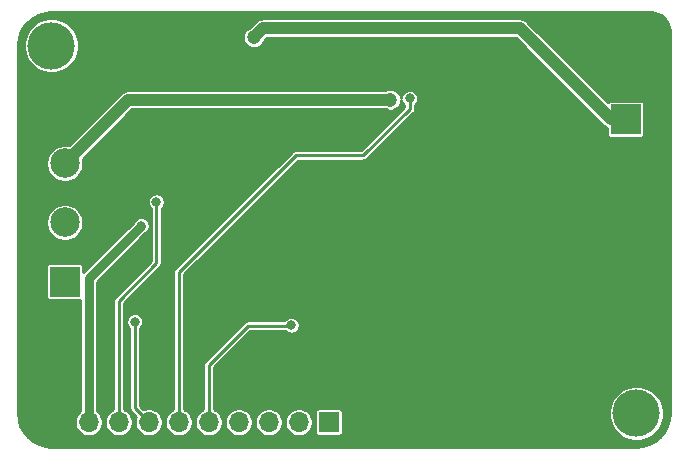
<source format=gbr>
%TF.GenerationSoftware,KiCad,Pcbnew,5.1.10*%
%TF.CreationDate,2021-06-23T21:46:23+08:00*%
%TF.ProjectId,simplefoc,73696d70-6c65-4666-9f63-2e6b69636164,rev?*%
%TF.SameCoordinates,Original*%
%TF.FileFunction,Copper,L2,Bot*%
%TF.FilePolarity,Positive*%
%FSLAX46Y46*%
G04 Gerber Fmt 4.6, Leading zero omitted, Abs format (unit mm)*
G04 Created by KiCad (PCBNEW 5.1.10) date 2021-06-23 21:46:23*
%MOMM*%
%LPD*%
G01*
G04 APERTURE LIST*
%TA.AperFunction,ComponentPad*%
%ADD10C,4.000000*%
%TD*%
%TA.AperFunction,ComponentPad*%
%ADD11R,2.500000X2.500000*%
%TD*%
%TA.AperFunction,ComponentPad*%
%ADD12C,2.500000*%
%TD*%
%TA.AperFunction,ComponentPad*%
%ADD13C,1.000000*%
%TD*%
%TA.AperFunction,SMDPad,CuDef*%
%ADD14R,11.860000X6.780000*%
%TD*%
%TA.AperFunction,ComponentPad*%
%ADD15R,1.700000X1.700000*%
%TD*%
%TA.AperFunction,ComponentPad*%
%ADD16O,1.700000X1.700000*%
%TD*%
%TA.AperFunction,ViaPad*%
%ADD17C,1.200000*%
%TD*%
%TA.AperFunction,ViaPad*%
%ADD18C,0.800000*%
%TD*%
%TA.AperFunction,Conductor*%
%ADD19C,1.000000*%
%TD*%
%TA.AperFunction,Conductor*%
%ADD20C,0.750000*%
%TD*%
%TA.AperFunction,Conductor*%
%ADD21C,0.250000*%
%TD*%
%TA.AperFunction,Conductor*%
%ADD22C,0.254000*%
%TD*%
%TA.AperFunction,Conductor*%
%ADD23C,0.100000*%
%TD*%
G04 APERTURE END LIST*
D10*
%TO.P,REF\u002A\u002A,1*%
%TO.N,N/C*%
X-88265000Y250190000D03*
%TD*%
%TO.P,REF\u002A\u002A,1*%
%TO.N,N/C*%
X-137795000Y281305000D03*
%TD*%
D11*
%TO.P,J1,1*%
%TO.N,VCC*%
X-89154000Y275082000D03*
D12*
%TO.P,J1,2*%
%TO.N,GND*%
X-89154000Y280082000D03*
%TD*%
D11*
%TO.P,J3,1*%
%TO.N,/PH_A*%
X-136652000Y261340000D03*
D12*
%TO.P,J3,2*%
%TO.N,/PH_B*%
X-136652000Y266340000D03*
%TO.P,J3,3*%
%TO.N,/PH_C*%
X-136652000Y271340000D03*
%TD*%
D13*
%TO.P,U1,21*%
%TO.N,GND*%
X-104640000Y267860000D03*
X-104640000Y266590000D03*
X-104640000Y265320000D03*
X-107180000Y269130000D03*
X-107180000Y267860000D03*
X-107180000Y266590000D03*
X-107180000Y265320000D03*
X-107180000Y264050000D03*
X-109720000Y269130000D03*
X-109720000Y267860000D03*
X-109720000Y266590000D03*
X-109720000Y265320000D03*
X-109720000Y264050000D03*
X-112260000Y269130000D03*
X-112260000Y267860000D03*
X-112260000Y266590000D03*
X-112260000Y265320000D03*
X-112260000Y264050000D03*
X-114800000Y267860000D03*
X-114800000Y266590000D03*
X-114800000Y265320000D03*
D14*
X-109720000Y266590000D03*
%TD*%
D15*
%TO.P,J2,1*%
%TO.N,/VIN*%
X-114300000Y249428000D03*
D16*
%TO.P,J2,2*%
X-116840000Y249428000D03*
%TO.P,J2,3*%
%TO.N,/EN_PIN*%
X-119380000Y249428000D03*
%TO.P,J2,4*%
%TO.N,/IN1_PIN*%
X-121920000Y249428000D03*
%TO.P,J2,5*%
%TO.N,/IN2_PIN*%
X-124460000Y249428000D03*
%TO.P,J2,6*%
%TO.N,/IN3_PIN*%
X-127000000Y249428000D03*
%TO.P,J2,7*%
%TO.N,/C1_OUT*%
X-129540000Y249428000D03*
%TO.P,J2,8*%
%TO.N,/C2_OUT*%
X-132080000Y249428000D03*
%TO.P,J2,9*%
%TO.N,/INA_VCC*%
X-134620000Y249428000D03*
%TO.P,J2,10*%
%TO.N,GND*%
X-137160000Y249428000D03*
%TD*%
D17*
%TO.N,VCC*%
X-120650000Y282010000D03*
D18*
%TO.N,/INA_VCC*%
X-130175000Y266065000D03*
%TO.N,/C1_OUT*%
X-130719990Y257940000D03*
%TO.N,/C2_OUT*%
X-128905000Y268080000D03*
%TO.N,/IN2_PIN*%
X-117480000Y257640000D03*
%TO.N,/IN3_PIN*%
X-107442000Y276860000D03*
D17*
%TO.N,/PH_C*%
X-109085000Y276741000D03*
%TD*%
D19*
%TO.N,VCC*%
X-98132000Y282790000D02*
X-90424000Y275082000D01*
X-119870000Y282790000D02*
X-98132000Y282790000D01*
X-90424000Y275082000D02*
X-89154000Y275082000D01*
X-120650000Y282010000D02*
X-119870000Y282790000D01*
D20*
%TO.N,/INA_VCC*%
X-134620000Y261620000D02*
X-134620000Y249428000D01*
X-130175000Y266065000D02*
X-134620000Y261620000D01*
D21*
%TO.N,/C1_OUT*%
X-129540000Y249428000D02*
X-130719990Y250607990D01*
X-130719990Y250607990D02*
X-130719990Y257940000D01*
%TO.N,/C2_OUT*%
X-132080000Y259715000D02*
X-132080000Y249428000D01*
X-128905000Y262890000D02*
X-132080000Y259715000D01*
X-128905000Y268080000D02*
X-128905000Y262890000D01*
%TO.N,/IN2_PIN*%
X-124460000Y254290000D02*
X-124460000Y249428000D01*
X-121140000Y257610000D02*
X-124460000Y254290000D01*
X-117510000Y257610000D02*
X-121140000Y257610000D01*
X-117480000Y257640000D02*
X-117510000Y257610000D01*
%TO.N,/IN3_PIN*%
X-127000000Y262128000D02*
X-127000000Y249428000D01*
X-117094000Y272034000D02*
X-127000000Y262128000D01*
X-107442000Y275971000D02*
X-111379000Y272034000D01*
X-111379000Y272034000D02*
X-117094000Y272034000D01*
X-107442000Y276860000D02*
X-107442000Y275971000D01*
D19*
%TO.N,/PH_C*%
X-131259000Y276733000D02*
X-136652000Y271340000D01*
X-109093000Y276733000D02*
X-131259000Y276733000D01*
X-109085000Y276741000D02*
X-109093000Y276733000D01*
%TD*%
D22*
%TO.N,GND*%
X-86693682Y284096768D02*
X-86403844Y284009260D01*
X-86136516Y283867119D01*
X-85901892Y283675765D01*
X-85708905Y283442483D01*
X-85564903Y283176157D01*
X-85475373Y282886935D01*
X-85442000Y282569410D01*
X-85441999Y250207225D01*
X-85497419Y249642002D01*
X-85656566Y249114882D01*
X-85915070Y248628710D01*
X-86263080Y248202006D01*
X-86687342Y247851027D01*
X-87171699Y247589135D01*
X-87697695Y247426313D01*
X-88261894Y247367013D01*
X-88265647Y247367000D01*
X-137777785Y247367000D01*
X-138342998Y247422419D01*
X-138870118Y247581566D01*
X-139356290Y247840070D01*
X-139782994Y248188080D01*
X-140133973Y248612342D01*
X-140395865Y249096699D01*
X-140558687Y249622695D01*
X-140617987Y250186894D01*
X-140618000Y250190647D01*
X-140618000Y262590000D01*
X-138230582Y262590000D01*
X-138230582Y260090000D01*
X-138224268Y260025897D01*
X-138205570Y259964257D01*
X-138175206Y259907450D01*
X-138134343Y259857657D01*
X-138084550Y259816794D01*
X-138027743Y259786430D01*
X-137966103Y259767732D01*
X-137902000Y259761418D01*
X-135402000Y259761418D01*
X-135337897Y259767732D01*
X-135322000Y259772554D01*
X-135321999Y250374506D01*
X-135370294Y250342236D01*
X-135534236Y250178294D01*
X-135663044Y249985519D01*
X-135751769Y249771318D01*
X-135797000Y249543924D01*
X-135797000Y249312076D01*
X-135751769Y249084682D01*
X-135663044Y248870481D01*
X-135534236Y248677706D01*
X-135370294Y248513764D01*
X-135177519Y248384956D01*
X-134963318Y248296231D01*
X-134735924Y248251000D01*
X-134504076Y248251000D01*
X-134276682Y248296231D01*
X-134062481Y248384956D01*
X-133869706Y248513764D01*
X-133705764Y248677706D01*
X-133576956Y248870481D01*
X-133488231Y249084682D01*
X-133443000Y249312076D01*
X-133443000Y249543924D01*
X-133257000Y249543924D01*
X-133257000Y249312076D01*
X-133211769Y249084682D01*
X-133123044Y248870481D01*
X-132994236Y248677706D01*
X-132830294Y248513764D01*
X-132637519Y248384956D01*
X-132423318Y248296231D01*
X-132195924Y248251000D01*
X-131964076Y248251000D01*
X-131736682Y248296231D01*
X-131522481Y248384956D01*
X-131329706Y248513764D01*
X-131165764Y248677706D01*
X-131036956Y248870481D01*
X-130948231Y249084682D01*
X-130903000Y249312076D01*
X-130903000Y249543924D01*
X-130948231Y249771318D01*
X-131036956Y249985519D01*
X-131165764Y250178294D01*
X-131329706Y250342236D01*
X-131522481Y250471044D01*
X-131628000Y250514751D01*
X-131628000Y258011603D01*
X-131446990Y258011603D01*
X-131446990Y257868397D01*
X-131419052Y257727942D01*
X-131364249Y257595636D01*
X-131284688Y257476564D01*
X-131183426Y257375302D01*
X-131171989Y257367660D01*
X-131171990Y250630195D01*
X-131174177Y250607990D01*
X-131165450Y250519383D01*
X-131159460Y250499636D01*
X-131139604Y250434181D01*
X-131097633Y250355658D01*
X-131041149Y250286831D01*
X-131023890Y250272667D01*
X-130628061Y249876838D01*
X-130671769Y249771318D01*
X-130717000Y249543924D01*
X-130717000Y249312076D01*
X-130671769Y249084682D01*
X-130583044Y248870481D01*
X-130454236Y248677706D01*
X-130290294Y248513764D01*
X-130097519Y248384956D01*
X-129883318Y248296231D01*
X-129655924Y248251000D01*
X-129424076Y248251000D01*
X-129196682Y248296231D01*
X-128982481Y248384956D01*
X-128789706Y248513764D01*
X-128625764Y248677706D01*
X-128496956Y248870481D01*
X-128408231Y249084682D01*
X-128363000Y249312076D01*
X-128363000Y249543924D01*
X-128408231Y249771318D01*
X-128496956Y249985519D01*
X-128625764Y250178294D01*
X-128789706Y250342236D01*
X-128982481Y250471044D01*
X-129196682Y250559769D01*
X-129424076Y250605000D01*
X-129655924Y250605000D01*
X-129883318Y250559769D01*
X-129988838Y250516061D01*
X-130267990Y250795213D01*
X-130267990Y257367661D01*
X-130256554Y257375302D01*
X-130155292Y257476564D01*
X-130075731Y257595636D01*
X-130020928Y257727942D01*
X-129992990Y257868397D01*
X-129992990Y258011603D01*
X-130020928Y258152058D01*
X-130075731Y258284364D01*
X-130155292Y258403436D01*
X-130256554Y258504698D01*
X-130375626Y258584259D01*
X-130507932Y258639062D01*
X-130648387Y258667000D01*
X-130791593Y258667000D01*
X-130932048Y258639062D01*
X-131064354Y258584259D01*
X-131183426Y258504698D01*
X-131284688Y258403436D01*
X-131364249Y258284364D01*
X-131419052Y258152058D01*
X-131446990Y258011603D01*
X-131628000Y258011603D01*
X-131628000Y259527777D01*
X-128601089Y262554686D01*
X-128583841Y262568841D01*
X-128527357Y262637667D01*
X-128485386Y262716190D01*
X-128459540Y262801393D01*
X-128453000Y262867795D01*
X-128450813Y262889999D01*
X-128453000Y262912204D01*
X-128453000Y267507661D01*
X-128441564Y267515302D01*
X-128340302Y267616564D01*
X-128260741Y267735636D01*
X-128205938Y267867942D01*
X-128178000Y268008397D01*
X-128178000Y268151603D01*
X-128205938Y268292058D01*
X-128260741Y268424364D01*
X-128340302Y268543436D01*
X-128441564Y268644698D01*
X-128560636Y268724259D01*
X-128692942Y268779062D01*
X-128833397Y268807000D01*
X-128976603Y268807000D01*
X-129117058Y268779062D01*
X-129249364Y268724259D01*
X-129368436Y268644698D01*
X-129469698Y268543436D01*
X-129549259Y268424364D01*
X-129604062Y268292058D01*
X-129632000Y268151603D01*
X-129632000Y268008397D01*
X-129604062Y267867942D01*
X-129549259Y267735636D01*
X-129469698Y267616564D01*
X-129368436Y267515302D01*
X-129357000Y267507661D01*
X-129356999Y263077226D01*
X-132383900Y260050323D01*
X-132401159Y260036159D01*
X-132457643Y259967332D01*
X-132489650Y259907450D01*
X-132499614Y259888809D01*
X-132525460Y259803607D01*
X-132534187Y259715000D01*
X-132532000Y259692795D01*
X-132531999Y250514752D01*
X-132637519Y250471044D01*
X-132830294Y250342236D01*
X-132994236Y250178294D01*
X-133123044Y249985519D01*
X-133211769Y249771318D01*
X-133257000Y249543924D01*
X-133443000Y249543924D01*
X-133488231Y249771318D01*
X-133576956Y249985519D01*
X-133705764Y250178294D01*
X-133869706Y250342236D01*
X-133918000Y250374505D01*
X-133918000Y261329223D01*
X-129818114Y265429108D01*
X-129711564Y265500302D01*
X-129610302Y265601564D01*
X-129530741Y265720636D01*
X-129475938Y265852942D01*
X-129448000Y265993397D01*
X-129448000Y266136603D01*
X-129475938Y266277058D01*
X-129530741Y266409364D01*
X-129610302Y266528436D01*
X-129711564Y266629698D01*
X-129830636Y266709259D01*
X-129962942Y266764062D01*
X-130103397Y266792000D01*
X-130246603Y266792000D01*
X-130387058Y266764062D01*
X-130519364Y266709259D01*
X-130638436Y266629698D01*
X-130739698Y266528436D01*
X-130810892Y266421886D01*
X-135073418Y262159359D01*
X-135073418Y262590000D01*
X-135079732Y262654103D01*
X-135098430Y262715743D01*
X-135128794Y262772550D01*
X-135169657Y262822343D01*
X-135219450Y262863206D01*
X-135276257Y262893570D01*
X-135337897Y262912268D01*
X-135402000Y262918582D01*
X-137902000Y262918582D01*
X-137966103Y262912268D01*
X-138027743Y262893570D01*
X-138084550Y262863206D01*
X-138134343Y262822343D01*
X-138175206Y262772550D01*
X-138205570Y262715743D01*
X-138224268Y262654103D01*
X-138230582Y262590000D01*
X-140618000Y262590000D01*
X-140618000Y266495321D01*
X-138229000Y266495321D01*
X-138229000Y266184679D01*
X-138168396Y265880006D01*
X-138049519Y265593011D01*
X-137876936Y265334721D01*
X-137657279Y265115064D01*
X-137398989Y264942481D01*
X-137111994Y264823604D01*
X-136807321Y264763000D01*
X-136496679Y264763000D01*
X-136192006Y264823604D01*
X-135905011Y264942481D01*
X-135646721Y265115064D01*
X-135427064Y265334721D01*
X-135254481Y265593011D01*
X-135135604Y265880006D01*
X-135075000Y266184679D01*
X-135075000Y266495321D01*
X-135135604Y266799994D01*
X-135254481Y267086989D01*
X-135427064Y267345279D01*
X-135646721Y267564936D01*
X-135905011Y267737519D01*
X-136192006Y267856396D01*
X-136496679Y267917000D01*
X-136807321Y267917000D01*
X-137111994Y267856396D01*
X-137398989Y267737519D01*
X-137657279Y267564936D01*
X-137876936Y267345279D01*
X-138049519Y267086989D01*
X-138168396Y266799994D01*
X-138229000Y266495321D01*
X-140618000Y266495321D01*
X-140618000Y271495321D01*
X-138229000Y271495321D01*
X-138229000Y271184679D01*
X-138168396Y270880006D01*
X-138049519Y270593011D01*
X-137876936Y270334721D01*
X-137657279Y270115064D01*
X-137398989Y269942481D01*
X-137111994Y269823604D01*
X-136807321Y269763000D01*
X-136496679Y269763000D01*
X-136192006Y269823604D01*
X-135905011Y269942481D01*
X-135646721Y270115064D01*
X-135427064Y270334721D01*
X-135254481Y270593011D01*
X-135135604Y270880006D01*
X-135075000Y271184679D01*
X-135075000Y271495321D01*
X-135116831Y271705616D01*
X-130916446Y275906000D01*
X-109491498Y275906000D01*
X-109355396Y275849624D01*
X-109176301Y275814000D01*
X-108993699Y275814000D01*
X-108814604Y275849624D01*
X-108645901Y275919504D01*
X-108494072Y276020952D01*
X-108364952Y276150072D01*
X-108263504Y276301901D01*
X-108193624Y276470604D01*
X-108158000Y276649699D01*
X-108158000Y276733096D01*
X-108141062Y276647942D01*
X-108086259Y276515636D01*
X-108006698Y276396564D01*
X-107905436Y276295302D01*
X-107893999Y276287660D01*
X-107893999Y276158225D01*
X-111566223Y272486000D01*
X-117071795Y272486000D01*
X-117094000Y272488187D01*
X-117182608Y272479460D01*
X-117267810Y272453614D01*
X-117346333Y272411643D01*
X-117415159Y272355159D01*
X-117429319Y272337905D01*
X-127303900Y262463323D01*
X-127321159Y262449159D01*
X-127377643Y262380332D01*
X-127414251Y262311842D01*
X-127419614Y262301809D01*
X-127445460Y262216607D01*
X-127454187Y262128000D01*
X-127452000Y262105795D01*
X-127451999Y250514752D01*
X-127557519Y250471044D01*
X-127750294Y250342236D01*
X-127914236Y250178294D01*
X-128043044Y249985519D01*
X-128131769Y249771318D01*
X-128177000Y249543924D01*
X-128177000Y249312076D01*
X-128131769Y249084682D01*
X-128043044Y248870481D01*
X-127914236Y248677706D01*
X-127750294Y248513764D01*
X-127557519Y248384956D01*
X-127343318Y248296231D01*
X-127115924Y248251000D01*
X-126884076Y248251000D01*
X-126656682Y248296231D01*
X-126442481Y248384956D01*
X-126249706Y248513764D01*
X-126085764Y248677706D01*
X-125956956Y248870481D01*
X-125868231Y249084682D01*
X-125823000Y249312076D01*
X-125823000Y249543924D01*
X-125637000Y249543924D01*
X-125637000Y249312076D01*
X-125591769Y249084682D01*
X-125503044Y248870481D01*
X-125374236Y248677706D01*
X-125210294Y248513764D01*
X-125017519Y248384956D01*
X-124803318Y248296231D01*
X-124575924Y248251000D01*
X-124344076Y248251000D01*
X-124116682Y248296231D01*
X-123902481Y248384956D01*
X-123709706Y248513764D01*
X-123545764Y248677706D01*
X-123416956Y248870481D01*
X-123328231Y249084682D01*
X-123283000Y249312076D01*
X-123283000Y249543924D01*
X-123097000Y249543924D01*
X-123097000Y249312076D01*
X-123051769Y249084682D01*
X-122963044Y248870481D01*
X-122834236Y248677706D01*
X-122670294Y248513764D01*
X-122477519Y248384956D01*
X-122263318Y248296231D01*
X-122035924Y248251000D01*
X-121804076Y248251000D01*
X-121576682Y248296231D01*
X-121362481Y248384956D01*
X-121169706Y248513764D01*
X-121005764Y248677706D01*
X-120876956Y248870481D01*
X-120788231Y249084682D01*
X-120743000Y249312076D01*
X-120743000Y249543924D01*
X-120557000Y249543924D01*
X-120557000Y249312076D01*
X-120511769Y249084682D01*
X-120423044Y248870481D01*
X-120294236Y248677706D01*
X-120130294Y248513764D01*
X-119937519Y248384956D01*
X-119723318Y248296231D01*
X-119495924Y248251000D01*
X-119264076Y248251000D01*
X-119036682Y248296231D01*
X-118822481Y248384956D01*
X-118629706Y248513764D01*
X-118465764Y248677706D01*
X-118336956Y248870481D01*
X-118248231Y249084682D01*
X-118203000Y249312076D01*
X-118203000Y249543924D01*
X-118017000Y249543924D01*
X-118017000Y249312076D01*
X-117971769Y249084682D01*
X-117883044Y248870481D01*
X-117754236Y248677706D01*
X-117590294Y248513764D01*
X-117397519Y248384956D01*
X-117183318Y248296231D01*
X-116955924Y248251000D01*
X-116724076Y248251000D01*
X-116496682Y248296231D01*
X-116282481Y248384956D01*
X-116089706Y248513764D01*
X-115925764Y248677706D01*
X-115796956Y248870481D01*
X-115708231Y249084682D01*
X-115663000Y249312076D01*
X-115663000Y249543924D01*
X-115708231Y249771318D01*
X-115796956Y249985519D01*
X-115925764Y250178294D01*
X-116025470Y250278000D01*
X-115478582Y250278000D01*
X-115478582Y248578000D01*
X-115472268Y248513897D01*
X-115453570Y248452257D01*
X-115423206Y248395450D01*
X-115382343Y248345657D01*
X-115332550Y248304794D01*
X-115275743Y248274430D01*
X-115214103Y248255732D01*
X-115150000Y248249418D01*
X-113450000Y248249418D01*
X-113385897Y248255732D01*
X-113324257Y248274430D01*
X-113267450Y248304794D01*
X-113217657Y248345657D01*
X-113176794Y248395450D01*
X-113146430Y248452257D01*
X-113127732Y248513897D01*
X-113121418Y248578000D01*
X-113121418Y250278000D01*
X-113127732Y250342103D01*
X-113146430Y250403743D01*
X-113154686Y250419189D01*
X-90592000Y250419189D01*
X-90592000Y249960811D01*
X-90502574Y249511239D01*
X-90327160Y249087752D01*
X-90072499Y248706624D01*
X-89748376Y248382501D01*
X-89367248Y248127840D01*
X-88943761Y247952426D01*
X-88494189Y247863000D01*
X-88035811Y247863000D01*
X-87586239Y247952426D01*
X-87162752Y248127840D01*
X-86781624Y248382501D01*
X-86457501Y248706624D01*
X-86202840Y249087752D01*
X-86027426Y249511239D01*
X-85938000Y249960811D01*
X-85938000Y250419189D01*
X-86027426Y250868761D01*
X-86202840Y251292248D01*
X-86457501Y251673376D01*
X-86781624Y251997499D01*
X-87162752Y252252160D01*
X-87586239Y252427574D01*
X-88035811Y252517000D01*
X-88494189Y252517000D01*
X-88943761Y252427574D01*
X-89367248Y252252160D01*
X-89748376Y251997499D01*
X-90072499Y251673376D01*
X-90327160Y251292248D01*
X-90502574Y250868761D01*
X-90592000Y250419189D01*
X-113154686Y250419189D01*
X-113176794Y250460550D01*
X-113217657Y250510343D01*
X-113267450Y250551206D01*
X-113324257Y250581570D01*
X-113385897Y250600268D01*
X-113450000Y250606582D01*
X-115150000Y250606582D01*
X-115214103Y250600268D01*
X-115275743Y250581570D01*
X-115332550Y250551206D01*
X-115382343Y250510343D01*
X-115423206Y250460550D01*
X-115453570Y250403743D01*
X-115472268Y250342103D01*
X-115478582Y250278000D01*
X-116025470Y250278000D01*
X-116089706Y250342236D01*
X-116282481Y250471044D01*
X-116496682Y250559769D01*
X-116724076Y250605000D01*
X-116955924Y250605000D01*
X-117183318Y250559769D01*
X-117397519Y250471044D01*
X-117590294Y250342236D01*
X-117754236Y250178294D01*
X-117883044Y249985519D01*
X-117971769Y249771318D01*
X-118017000Y249543924D01*
X-118203000Y249543924D01*
X-118248231Y249771318D01*
X-118336956Y249985519D01*
X-118465764Y250178294D01*
X-118629706Y250342236D01*
X-118822481Y250471044D01*
X-119036682Y250559769D01*
X-119264076Y250605000D01*
X-119495924Y250605000D01*
X-119723318Y250559769D01*
X-119937519Y250471044D01*
X-120130294Y250342236D01*
X-120294236Y250178294D01*
X-120423044Y249985519D01*
X-120511769Y249771318D01*
X-120557000Y249543924D01*
X-120743000Y249543924D01*
X-120788231Y249771318D01*
X-120876956Y249985519D01*
X-121005764Y250178294D01*
X-121169706Y250342236D01*
X-121362481Y250471044D01*
X-121576682Y250559769D01*
X-121804076Y250605000D01*
X-122035924Y250605000D01*
X-122263318Y250559769D01*
X-122477519Y250471044D01*
X-122670294Y250342236D01*
X-122834236Y250178294D01*
X-122963044Y249985519D01*
X-123051769Y249771318D01*
X-123097000Y249543924D01*
X-123283000Y249543924D01*
X-123328231Y249771318D01*
X-123416956Y249985519D01*
X-123545764Y250178294D01*
X-123709706Y250342236D01*
X-123902481Y250471044D01*
X-124008000Y250514751D01*
X-124008000Y254102777D01*
X-120952776Y257158000D01*
X-118026134Y257158000D01*
X-117943436Y257075302D01*
X-117824364Y256995741D01*
X-117692058Y256940938D01*
X-117551603Y256913000D01*
X-117408397Y256913000D01*
X-117267942Y256940938D01*
X-117135636Y256995741D01*
X-117016564Y257075302D01*
X-116915302Y257176564D01*
X-116835741Y257295636D01*
X-116780938Y257427942D01*
X-116753000Y257568397D01*
X-116753000Y257711603D01*
X-116780938Y257852058D01*
X-116835741Y257984364D01*
X-116915302Y258103436D01*
X-117016564Y258204698D01*
X-117135636Y258284259D01*
X-117267942Y258339062D01*
X-117408397Y258367000D01*
X-117551603Y258367000D01*
X-117692058Y258339062D01*
X-117824364Y258284259D01*
X-117943436Y258204698D01*
X-118044698Y258103436D01*
X-118072385Y258062000D01*
X-121117796Y258062000D01*
X-121140001Y258064187D01*
X-121228608Y258055460D01*
X-121313810Y258029614D01*
X-121392333Y257987643D01*
X-121461159Y257931159D01*
X-121475319Y257913905D01*
X-124763900Y254625323D01*
X-124781159Y254611159D01*
X-124837642Y254542333D01*
X-124879614Y254463809D01*
X-124905460Y254378607D01*
X-124914187Y254290000D01*
X-124912000Y254267795D01*
X-124911999Y250514752D01*
X-125017519Y250471044D01*
X-125210294Y250342236D01*
X-125374236Y250178294D01*
X-125503044Y249985519D01*
X-125591769Y249771318D01*
X-125637000Y249543924D01*
X-125823000Y249543924D01*
X-125868231Y249771318D01*
X-125956956Y249985519D01*
X-126085764Y250178294D01*
X-126249706Y250342236D01*
X-126442481Y250471044D01*
X-126548000Y250514751D01*
X-126548000Y261940777D01*
X-116906776Y271582000D01*
X-111401205Y271582000D01*
X-111379000Y271579813D01*
X-111356795Y271582000D01*
X-111290393Y271588540D01*
X-111205190Y271614386D01*
X-111126667Y271656357D01*
X-111057841Y271712841D01*
X-111043677Y271730100D01*
X-107138095Y275635681D01*
X-107120841Y275649841D01*
X-107064357Y275718667D01*
X-107022386Y275797190D01*
X-107006480Y275849624D01*
X-106996540Y275882392D01*
X-106987813Y275971000D01*
X-106990000Y275993205D01*
X-106990000Y276287661D01*
X-106978564Y276295302D01*
X-106877302Y276396564D01*
X-106797741Y276515636D01*
X-106742938Y276647942D01*
X-106715000Y276788397D01*
X-106715000Y276931603D01*
X-106742938Y277072058D01*
X-106797741Y277204364D01*
X-106877302Y277323436D01*
X-106978564Y277424698D01*
X-107097636Y277504259D01*
X-107229942Y277559062D01*
X-107370397Y277587000D01*
X-107513603Y277587000D01*
X-107654058Y277559062D01*
X-107786364Y277504259D01*
X-107905436Y277424698D01*
X-108006698Y277323436D01*
X-108086259Y277204364D01*
X-108141062Y277072058D01*
X-108169000Y276931603D01*
X-108169000Y276887602D01*
X-108193624Y277011396D01*
X-108263504Y277180099D01*
X-108364952Y277331928D01*
X-108494072Y277461048D01*
X-108645901Y277562496D01*
X-108814604Y277632376D01*
X-108993699Y277668000D01*
X-109176301Y277668000D01*
X-109355396Y277632376D01*
X-109524099Y277562496D01*
X-109527835Y277560000D01*
X-131218386Y277560000D01*
X-131259000Y277564000D01*
X-131299614Y277560000D01*
X-131299624Y277560000D01*
X-131421120Y277548034D01*
X-131577010Y277500745D01*
X-131643887Y277464998D01*
X-131720680Y277423952D01*
X-131805303Y277354503D01*
X-131846606Y277320606D01*
X-131872501Y277289053D01*
X-136286384Y272875169D01*
X-136496679Y272917000D01*
X-136807321Y272917000D01*
X-137111994Y272856396D01*
X-137398989Y272737519D01*
X-137657279Y272564936D01*
X-137876936Y272345279D01*
X-138049519Y272086989D01*
X-138168396Y271799994D01*
X-138229000Y271495321D01*
X-140618000Y271495321D01*
X-140618000Y281287785D01*
X-140593841Y281534189D01*
X-140122000Y281534189D01*
X-140122000Y281075811D01*
X-140032574Y280626239D01*
X-139857160Y280202752D01*
X-139602499Y279821624D01*
X-139278376Y279497501D01*
X-138897248Y279242840D01*
X-138473761Y279067426D01*
X-138024189Y278978000D01*
X-137565811Y278978000D01*
X-137116239Y279067426D01*
X-136692752Y279242840D01*
X-136311624Y279497501D01*
X-135987501Y279821624D01*
X-135732840Y280202752D01*
X-135557426Y280626239D01*
X-135468000Y281075811D01*
X-135468000Y281534189D01*
X-135557426Y281983761D01*
X-135606112Y282101301D01*
X-121577000Y282101301D01*
X-121577000Y281918699D01*
X-121541376Y281739604D01*
X-121471496Y281570901D01*
X-121370048Y281419072D01*
X-121240928Y281289952D01*
X-121089099Y281188504D01*
X-120920396Y281118624D01*
X-120741301Y281083000D01*
X-120558699Y281083000D01*
X-120379604Y281118624D01*
X-120210901Y281188504D01*
X-120059072Y281289952D01*
X-119929952Y281419072D01*
X-119828504Y281570901D01*
X-119764127Y281726320D01*
X-119527446Y281963000D01*
X-98474553Y281963000D01*
X-91037501Y274525947D01*
X-91011606Y274494394D01*
X-90980053Y274468499D01*
X-90980052Y274468498D01*
X-90885681Y274391048D01*
X-90785593Y274337550D01*
X-90742010Y274314255D01*
X-90732582Y274311395D01*
X-90732582Y273832000D01*
X-90726268Y273767897D01*
X-90707570Y273706257D01*
X-90677206Y273649450D01*
X-90636343Y273599657D01*
X-90586550Y273558794D01*
X-90529743Y273528430D01*
X-90468103Y273509732D01*
X-90404000Y273503418D01*
X-87904000Y273503418D01*
X-87839897Y273509732D01*
X-87778257Y273528430D01*
X-87721450Y273558794D01*
X-87671657Y273599657D01*
X-87630794Y273649450D01*
X-87600430Y273706257D01*
X-87581732Y273767897D01*
X-87575418Y273832000D01*
X-87575418Y276332000D01*
X-87581732Y276396103D01*
X-87600430Y276457743D01*
X-87630794Y276514550D01*
X-87671657Y276564343D01*
X-87721450Y276605206D01*
X-87778257Y276635570D01*
X-87839897Y276654268D01*
X-87904000Y276660582D01*
X-90404000Y276660582D01*
X-90468103Y276654268D01*
X-90529743Y276635570D01*
X-90586550Y276605206D01*
X-90636343Y276564343D01*
X-90677206Y276514550D01*
X-90680616Y276508170D01*
X-97518495Y283346048D01*
X-97544394Y283377606D01*
X-97670321Y283480952D01*
X-97813990Y283557745D01*
X-97969880Y283605034D01*
X-98091376Y283617000D01*
X-98091386Y283617000D01*
X-98132000Y283621000D01*
X-98172614Y283617000D01*
X-119829386Y283617000D01*
X-119870000Y283621000D01*
X-119910614Y283617000D01*
X-119910624Y283617000D01*
X-120032120Y283605034D01*
X-120140722Y283572090D01*
X-120188011Y283557745D01*
X-120331680Y283480952D01*
X-120426052Y283403503D01*
X-120426059Y283403496D01*
X-120457606Y283377606D01*
X-120483497Y283346058D01*
X-120933680Y282895873D01*
X-121089099Y282831496D01*
X-121240928Y282730048D01*
X-121370048Y282600928D01*
X-121471496Y282449099D01*
X-121541376Y282280396D01*
X-121577000Y282101301D01*
X-135606112Y282101301D01*
X-135732840Y282407248D01*
X-135987501Y282788376D01*
X-136311624Y283112499D01*
X-136692752Y283367160D01*
X-137116239Y283542574D01*
X-137565811Y283632000D01*
X-138024189Y283632000D01*
X-138473761Y283542574D01*
X-138897248Y283367160D01*
X-139278376Y283112499D01*
X-139602499Y282788376D01*
X-139857160Y282407248D01*
X-140032574Y281983761D01*
X-140122000Y281534189D01*
X-140593841Y281534189D01*
X-140562581Y281852998D01*
X-140403435Y282380114D01*
X-140144930Y282866291D01*
X-139796920Y283292994D01*
X-139372656Y283643974D01*
X-138888303Y283905864D01*
X-138362305Y284068686D01*
X-137798106Y284127987D01*
X-137794353Y284128000D01*
X-87012215Y284128000D01*
X-86693682Y284096768D01*
%TA.AperFunction,Conductor*%
D23*
G36*
X-86693682Y284096768D02*
G01*
X-86403844Y284009260D01*
X-86136516Y283867119D01*
X-85901892Y283675765D01*
X-85708905Y283442483D01*
X-85564903Y283176157D01*
X-85475373Y282886935D01*
X-85442000Y282569410D01*
X-85441999Y250207225D01*
X-85497419Y249642002D01*
X-85656566Y249114882D01*
X-85915070Y248628710D01*
X-86263080Y248202006D01*
X-86687342Y247851027D01*
X-87171699Y247589135D01*
X-87697695Y247426313D01*
X-88261894Y247367013D01*
X-88265647Y247367000D01*
X-137777785Y247367000D01*
X-138342998Y247422419D01*
X-138870118Y247581566D01*
X-139356290Y247840070D01*
X-139782994Y248188080D01*
X-140133973Y248612342D01*
X-140395865Y249096699D01*
X-140558687Y249622695D01*
X-140617987Y250186894D01*
X-140618000Y250190647D01*
X-140618000Y262590000D01*
X-138230582Y262590000D01*
X-138230582Y260090000D01*
X-138224268Y260025897D01*
X-138205570Y259964257D01*
X-138175206Y259907450D01*
X-138134343Y259857657D01*
X-138084550Y259816794D01*
X-138027743Y259786430D01*
X-137966103Y259767732D01*
X-137902000Y259761418D01*
X-135402000Y259761418D01*
X-135337897Y259767732D01*
X-135322000Y259772554D01*
X-135321999Y250374506D01*
X-135370294Y250342236D01*
X-135534236Y250178294D01*
X-135663044Y249985519D01*
X-135751769Y249771318D01*
X-135797000Y249543924D01*
X-135797000Y249312076D01*
X-135751769Y249084682D01*
X-135663044Y248870481D01*
X-135534236Y248677706D01*
X-135370294Y248513764D01*
X-135177519Y248384956D01*
X-134963318Y248296231D01*
X-134735924Y248251000D01*
X-134504076Y248251000D01*
X-134276682Y248296231D01*
X-134062481Y248384956D01*
X-133869706Y248513764D01*
X-133705764Y248677706D01*
X-133576956Y248870481D01*
X-133488231Y249084682D01*
X-133443000Y249312076D01*
X-133443000Y249543924D01*
X-133257000Y249543924D01*
X-133257000Y249312076D01*
X-133211769Y249084682D01*
X-133123044Y248870481D01*
X-132994236Y248677706D01*
X-132830294Y248513764D01*
X-132637519Y248384956D01*
X-132423318Y248296231D01*
X-132195924Y248251000D01*
X-131964076Y248251000D01*
X-131736682Y248296231D01*
X-131522481Y248384956D01*
X-131329706Y248513764D01*
X-131165764Y248677706D01*
X-131036956Y248870481D01*
X-130948231Y249084682D01*
X-130903000Y249312076D01*
X-130903000Y249543924D01*
X-130948231Y249771318D01*
X-131036956Y249985519D01*
X-131165764Y250178294D01*
X-131329706Y250342236D01*
X-131522481Y250471044D01*
X-131628000Y250514751D01*
X-131628000Y258011603D01*
X-131446990Y258011603D01*
X-131446990Y257868397D01*
X-131419052Y257727942D01*
X-131364249Y257595636D01*
X-131284688Y257476564D01*
X-131183426Y257375302D01*
X-131171989Y257367660D01*
X-131171990Y250630195D01*
X-131174177Y250607990D01*
X-131165450Y250519383D01*
X-131159460Y250499636D01*
X-131139604Y250434181D01*
X-131097633Y250355658D01*
X-131041149Y250286831D01*
X-131023890Y250272667D01*
X-130628061Y249876838D01*
X-130671769Y249771318D01*
X-130717000Y249543924D01*
X-130717000Y249312076D01*
X-130671769Y249084682D01*
X-130583044Y248870481D01*
X-130454236Y248677706D01*
X-130290294Y248513764D01*
X-130097519Y248384956D01*
X-129883318Y248296231D01*
X-129655924Y248251000D01*
X-129424076Y248251000D01*
X-129196682Y248296231D01*
X-128982481Y248384956D01*
X-128789706Y248513764D01*
X-128625764Y248677706D01*
X-128496956Y248870481D01*
X-128408231Y249084682D01*
X-128363000Y249312076D01*
X-128363000Y249543924D01*
X-128408231Y249771318D01*
X-128496956Y249985519D01*
X-128625764Y250178294D01*
X-128789706Y250342236D01*
X-128982481Y250471044D01*
X-129196682Y250559769D01*
X-129424076Y250605000D01*
X-129655924Y250605000D01*
X-129883318Y250559769D01*
X-129988838Y250516061D01*
X-130267990Y250795213D01*
X-130267990Y257367661D01*
X-130256554Y257375302D01*
X-130155292Y257476564D01*
X-130075731Y257595636D01*
X-130020928Y257727942D01*
X-129992990Y257868397D01*
X-129992990Y258011603D01*
X-130020928Y258152058D01*
X-130075731Y258284364D01*
X-130155292Y258403436D01*
X-130256554Y258504698D01*
X-130375626Y258584259D01*
X-130507932Y258639062D01*
X-130648387Y258667000D01*
X-130791593Y258667000D01*
X-130932048Y258639062D01*
X-131064354Y258584259D01*
X-131183426Y258504698D01*
X-131284688Y258403436D01*
X-131364249Y258284364D01*
X-131419052Y258152058D01*
X-131446990Y258011603D01*
X-131628000Y258011603D01*
X-131628000Y259527777D01*
X-128601089Y262554686D01*
X-128583841Y262568841D01*
X-128527357Y262637667D01*
X-128485386Y262716190D01*
X-128459540Y262801393D01*
X-128453000Y262867795D01*
X-128450813Y262889999D01*
X-128453000Y262912204D01*
X-128453000Y267507661D01*
X-128441564Y267515302D01*
X-128340302Y267616564D01*
X-128260741Y267735636D01*
X-128205938Y267867942D01*
X-128178000Y268008397D01*
X-128178000Y268151603D01*
X-128205938Y268292058D01*
X-128260741Y268424364D01*
X-128340302Y268543436D01*
X-128441564Y268644698D01*
X-128560636Y268724259D01*
X-128692942Y268779062D01*
X-128833397Y268807000D01*
X-128976603Y268807000D01*
X-129117058Y268779062D01*
X-129249364Y268724259D01*
X-129368436Y268644698D01*
X-129469698Y268543436D01*
X-129549259Y268424364D01*
X-129604062Y268292058D01*
X-129632000Y268151603D01*
X-129632000Y268008397D01*
X-129604062Y267867942D01*
X-129549259Y267735636D01*
X-129469698Y267616564D01*
X-129368436Y267515302D01*
X-129357000Y267507661D01*
X-129356999Y263077226D01*
X-132383900Y260050323D01*
X-132401159Y260036159D01*
X-132457643Y259967332D01*
X-132489650Y259907450D01*
X-132499614Y259888809D01*
X-132525460Y259803607D01*
X-132534187Y259715000D01*
X-132532000Y259692795D01*
X-132531999Y250514752D01*
X-132637519Y250471044D01*
X-132830294Y250342236D01*
X-132994236Y250178294D01*
X-133123044Y249985519D01*
X-133211769Y249771318D01*
X-133257000Y249543924D01*
X-133443000Y249543924D01*
X-133488231Y249771318D01*
X-133576956Y249985519D01*
X-133705764Y250178294D01*
X-133869706Y250342236D01*
X-133918000Y250374505D01*
X-133918000Y261329223D01*
X-129818114Y265429108D01*
X-129711564Y265500302D01*
X-129610302Y265601564D01*
X-129530741Y265720636D01*
X-129475938Y265852942D01*
X-129448000Y265993397D01*
X-129448000Y266136603D01*
X-129475938Y266277058D01*
X-129530741Y266409364D01*
X-129610302Y266528436D01*
X-129711564Y266629698D01*
X-129830636Y266709259D01*
X-129962942Y266764062D01*
X-130103397Y266792000D01*
X-130246603Y266792000D01*
X-130387058Y266764062D01*
X-130519364Y266709259D01*
X-130638436Y266629698D01*
X-130739698Y266528436D01*
X-130810892Y266421886D01*
X-135073418Y262159359D01*
X-135073418Y262590000D01*
X-135079732Y262654103D01*
X-135098430Y262715743D01*
X-135128794Y262772550D01*
X-135169657Y262822343D01*
X-135219450Y262863206D01*
X-135276257Y262893570D01*
X-135337897Y262912268D01*
X-135402000Y262918582D01*
X-137902000Y262918582D01*
X-137966103Y262912268D01*
X-138027743Y262893570D01*
X-138084550Y262863206D01*
X-138134343Y262822343D01*
X-138175206Y262772550D01*
X-138205570Y262715743D01*
X-138224268Y262654103D01*
X-138230582Y262590000D01*
X-140618000Y262590000D01*
X-140618000Y266495321D01*
X-138229000Y266495321D01*
X-138229000Y266184679D01*
X-138168396Y265880006D01*
X-138049519Y265593011D01*
X-137876936Y265334721D01*
X-137657279Y265115064D01*
X-137398989Y264942481D01*
X-137111994Y264823604D01*
X-136807321Y264763000D01*
X-136496679Y264763000D01*
X-136192006Y264823604D01*
X-135905011Y264942481D01*
X-135646721Y265115064D01*
X-135427064Y265334721D01*
X-135254481Y265593011D01*
X-135135604Y265880006D01*
X-135075000Y266184679D01*
X-135075000Y266495321D01*
X-135135604Y266799994D01*
X-135254481Y267086989D01*
X-135427064Y267345279D01*
X-135646721Y267564936D01*
X-135905011Y267737519D01*
X-136192006Y267856396D01*
X-136496679Y267917000D01*
X-136807321Y267917000D01*
X-137111994Y267856396D01*
X-137398989Y267737519D01*
X-137657279Y267564936D01*
X-137876936Y267345279D01*
X-138049519Y267086989D01*
X-138168396Y266799994D01*
X-138229000Y266495321D01*
X-140618000Y266495321D01*
X-140618000Y271495321D01*
X-138229000Y271495321D01*
X-138229000Y271184679D01*
X-138168396Y270880006D01*
X-138049519Y270593011D01*
X-137876936Y270334721D01*
X-137657279Y270115064D01*
X-137398989Y269942481D01*
X-137111994Y269823604D01*
X-136807321Y269763000D01*
X-136496679Y269763000D01*
X-136192006Y269823604D01*
X-135905011Y269942481D01*
X-135646721Y270115064D01*
X-135427064Y270334721D01*
X-135254481Y270593011D01*
X-135135604Y270880006D01*
X-135075000Y271184679D01*
X-135075000Y271495321D01*
X-135116831Y271705616D01*
X-130916446Y275906000D01*
X-109491498Y275906000D01*
X-109355396Y275849624D01*
X-109176301Y275814000D01*
X-108993699Y275814000D01*
X-108814604Y275849624D01*
X-108645901Y275919504D01*
X-108494072Y276020952D01*
X-108364952Y276150072D01*
X-108263504Y276301901D01*
X-108193624Y276470604D01*
X-108158000Y276649699D01*
X-108158000Y276733096D01*
X-108141062Y276647942D01*
X-108086259Y276515636D01*
X-108006698Y276396564D01*
X-107905436Y276295302D01*
X-107893999Y276287660D01*
X-107893999Y276158225D01*
X-111566223Y272486000D01*
X-117071795Y272486000D01*
X-117094000Y272488187D01*
X-117182608Y272479460D01*
X-117267810Y272453614D01*
X-117346333Y272411643D01*
X-117415159Y272355159D01*
X-117429319Y272337905D01*
X-127303900Y262463323D01*
X-127321159Y262449159D01*
X-127377643Y262380332D01*
X-127414251Y262311842D01*
X-127419614Y262301809D01*
X-127445460Y262216607D01*
X-127454187Y262128000D01*
X-127452000Y262105795D01*
X-127451999Y250514752D01*
X-127557519Y250471044D01*
X-127750294Y250342236D01*
X-127914236Y250178294D01*
X-128043044Y249985519D01*
X-128131769Y249771318D01*
X-128177000Y249543924D01*
X-128177000Y249312076D01*
X-128131769Y249084682D01*
X-128043044Y248870481D01*
X-127914236Y248677706D01*
X-127750294Y248513764D01*
X-127557519Y248384956D01*
X-127343318Y248296231D01*
X-127115924Y248251000D01*
X-126884076Y248251000D01*
X-126656682Y248296231D01*
X-126442481Y248384956D01*
X-126249706Y248513764D01*
X-126085764Y248677706D01*
X-125956956Y248870481D01*
X-125868231Y249084682D01*
X-125823000Y249312076D01*
X-125823000Y249543924D01*
X-125637000Y249543924D01*
X-125637000Y249312076D01*
X-125591769Y249084682D01*
X-125503044Y248870481D01*
X-125374236Y248677706D01*
X-125210294Y248513764D01*
X-125017519Y248384956D01*
X-124803318Y248296231D01*
X-124575924Y248251000D01*
X-124344076Y248251000D01*
X-124116682Y248296231D01*
X-123902481Y248384956D01*
X-123709706Y248513764D01*
X-123545764Y248677706D01*
X-123416956Y248870481D01*
X-123328231Y249084682D01*
X-123283000Y249312076D01*
X-123283000Y249543924D01*
X-123097000Y249543924D01*
X-123097000Y249312076D01*
X-123051769Y249084682D01*
X-122963044Y248870481D01*
X-122834236Y248677706D01*
X-122670294Y248513764D01*
X-122477519Y248384956D01*
X-122263318Y248296231D01*
X-122035924Y248251000D01*
X-121804076Y248251000D01*
X-121576682Y248296231D01*
X-121362481Y248384956D01*
X-121169706Y248513764D01*
X-121005764Y248677706D01*
X-120876956Y248870481D01*
X-120788231Y249084682D01*
X-120743000Y249312076D01*
X-120743000Y249543924D01*
X-120557000Y249543924D01*
X-120557000Y249312076D01*
X-120511769Y249084682D01*
X-120423044Y248870481D01*
X-120294236Y248677706D01*
X-120130294Y248513764D01*
X-119937519Y248384956D01*
X-119723318Y248296231D01*
X-119495924Y248251000D01*
X-119264076Y248251000D01*
X-119036682Y248296231D01*
X-118822481Y248384956D01*
X-118629706Y248513764D01*
X-118465764Y248677706D01*
X-118336956Y248870481D01*
X-118248231Y249084682D01*
X-118203000Y249312076D01*
X-118203000Y249543924D01*
X-118017000Y249543924D01*
X-118017000Y249312076D01*
X-117971769Y249084682D01*
X-117883044Y248870481D01*
X-117754236Y248677706D01*
X-117590294Y248513764D01*
X-117397519Y248384956D01*
X-117183318Y248296231D01*
X-116955924Y248251000D01*
X-116724076Y248251000D01*
X-116496682Y248296231D01*
X-116282481Y248384956D01*
X-116089706Y248513764D01*
X-115925764Y248677706D01*
X-115796956Y248870481D01*
X-115708231Y249084682D01*
X-115663000Y249312076D01*
X-115663000Y249543924D01*
X-115708231Y249771318D01*
X-115796956Y249985519D01*
X-115925764Y250178294D01*
X-116025470Y250278000D01*
X-115478582Y250278000D01*
X-115478582Y248578000D01*
X-115472268Y248513897D01*
X-115453570Y248452257D01*
X-115423206Y248395450D01*
X-115382343Y248345657D01*
X-115332550Y248304794D01*
X-115275743Y248274430D01*
X-115214103Y248255732D01*
X-115150000Y248249418D01*
X-113450000Y248249418D01*
X-113385897Y248255732D01*
X-113324257Y248274430D01*
X-113267450Y248304794D01*
X-113217657Y248345657D01*
X-113176794Y248395450D01*
X-113146430Y248452257D01*
X-113127732Y248513897D01*
X-113121418Y248578000D01*
X-113121418Y250278000D01*
X-113127732Y250342103D01*
X-113146430Y250403743D01*
X-113154686Y250419189D01*
X-90592000Y250419189D01*
X-90592000Y249960811D01*
X-90502574Y249511239D01*
X-90327160Y249087752D01*
X-90072499Y248706624D01*
X-89748376Y248382501D01*
X-89367248Y248127840D01*
X-88943761Y247952426D01*
X-88494189Y247863000D01*
X-88035811Y247863000D01*
X-87586239Y247952426D01*
X-87162752Y248127840D01*
X-86781624Y248382501D01*
X-86457501Y248706624D01*
X-86202840Y249087752D01*
X-86027426Y249511239D01*
X-85938000Y249960811D01*
X-85938000Y250419189D01*
X-86027426Y250868761D01*
X-86202840Y251292248D01*
X-86457501Y251673376D01*
X-86781624Y251997499D01*
X-87162752Y252252160D01*
X-87586239Y252427574D01*
X-88035811Y252517000D01*
X-88494189Y252517000D01*
X-88943761Y252427574D01*
X-89367248Y252252160D01*
X-89748376Y251997499D01*
X-90072499Y251673376D01*
X-90327160Y251292248D01*
X-90502574Y250868761D01*
X-90592000Y250419189D01*
X-113154686Y250419189D01*
X-113176794Y250460550D01*
X-113217657Y250510343D01*
X-113267450Y250551206D01*
X-113324257Y250581570D01*
X-113385897Y250600268D01*
X-113450000Y250606582D01*
X-115150000Y250606582D01*
X-115214103Y250600268D01*
X-115275743Y250581570D01*
X-115332550Y250551206D01*
X-115382343Y250510343D01*
X-115423206Y250460550D01*
X-115453570Y250403743D01*
X-115472268Y250342103D01*
X-115478582Y250278000D01*
X-116025470Y250278000D01*
X-116089706Y250342236D01*
X-116282481Y250471044D01*
X-116496682Y250559769D01*
X-116724076Y250605000D01*
X-116955924Y250605000D01*
X-117183318Y250559769D01*
X-117397519Y250471044D01*
X-117590294Y250342236D01*
X-117754236Y250178294D01*
X-117883044Y249985519D01*
X-117971769Y249771318D01*
X-118017000Y249543924D01*
X-118203000Y249543924D01*
X-118248231Y249771318D01*
X-118336956Y249985519D01*
X-118465764Y250178294D01*
X-118629706Y250342236D01*
X-118822481Y250471044D01*
X-119036682Y250559769D01*
X-119264076Y250605000D01*
X-119495924Y250605000D01*
X-119723318Y250559769D01*
X-119937519Y250471044D01*
X-120130294Y250342236D01*
X-120294236Y250178294D01*
X-120423044Y249985519D01*
X-120511769Y249771318D01*
X-120557000Y249543924D01*
X-120743000Y249543924D01*
X-120788231Y249771318D01*
X-120876956Y249985519D01*
X-121005764Y250178294D01*
X-121169706Y250342236D01*
X-121362481Y250471044D01*
X-121576682Y250559769D01*
X-121804076Y250605000D01*
X-122035924Y250605000D01*
X-122263318Y250559769D01*
X-122477519Y250471044D01*
X-122670294Y250342236D01*
X-122834236Y250178294D01*
X-122963044Y249985519D01*
X-123051769Y249771318D01*
X-123097000Y249543924D01*
X-123283000Y249543924D01*
X-123328231Y249771318D01*
X-123416956Y249985519D01*
X-123545764Y250178294D01*
X-123709706Y250342236D01*
X-123902481Y250471044D01*
X-124008000Y250514751D01*
X-124008000Y254102777D01*
X-120952776Y257158000D01*
X-118026134Y257158000D01*
X-117943436Y257075302D01*
X-117824364Y256995741D01*
X-117692058Y256940938D01*
X-117551603Y256913000D01*
X-117408397Y256913000D01*
X-117267942Y256940938D01*
X-117135636Y256995741D01*
X-117016564Y257075302D01*
X-116915302Y257176564D01*
X-116835741Y257295636D01*
X-116780938Y257427942D01*
X-116753000Y257568397D01*
X-116753000Y257711603D01*
X-116780938Y257852058D01*
X-116835741Y257984364D01*
X-116915302Y258103436D01*
X-117016564Y258204698D01*
X-117135636Y258284259D01*
X-117267942Y258339062D01*
X-117408397Y258367000D01*
X-117551603Y258367000D01*
X-117692058Y258339062D01*
X-117824364Y258284259D01*
X-117943436Y258204698D01*
X-118044698Y258103436D01*
X-118072385Y258062000D01*
X-121117796Y258062000D01*
X-121140001Y258064187D01*
X-121228608Y258055460D01*
X-121313810Y258029614D01*
X-121392333Y257987643D01*
X-121461159Y257931159D01*
X-121475319Y257913905D01*
X-124763900Y254625323D01*
X-124781159Y254611159D01*
X-124837642Y254542333D01*
X-124879614Y254463809D01*
X-124905460Y254378607D01*
X-124914187Y254290000D01*
X-124912000Y254267795D01*
X-124911999Y250514752D01*
X-125017519Y250471044D01*
X-125210294Y250342236D01*
X-125374236Y250178294D01*
X-125503044Y249985519D01*
X-125591769Y249771318D01*
X-125637000Y249543924D01*
X-125823000Y249543924D01*
X-125868231Y249771318D01*
X-125956956Y249985519D01*
X-126085764Y250178294D01*
X-126249706Y250342236D01*
X-126442481Y250471044D01*
X-126548000Y250514751D01*
X-126548000Y261940777D01*
X-116906776Y271582000D01*
X-111401205Y271582000D01*
X-111379000Y271579813D01*
X-111356795Y271582000D01*
X-111290393Y271588540D01*
X-111205190Y271614386D01*
X-111126667Y271656357D01*
X-111057841Y271712841D01*
X-111043677Y271730100D01*
X-107138095Y275635681D01*
X-107120841Y275649841D01*
X-107064357Y275718667D01*
X-107022386Y275797190D01*
X-107006480Y275849624D01*
X-106996540Y275882392D01*
X-106987813Y275971000D01*
X-106990000Y275993205D01*
X-106990000Y276287661D01*
X-106978564Y276295302D01*
X-106877302Y276396564D01*
X-106797741Y276515636D01*
X-106742938Y276647942D01*
X-106715000Y276788397D01*
X-106715000Y276931603D01*
X-106742938Y277072058D01*
X-106797741Y277204364D01*
X-106877302Y277323436D01*
X-106978564Y277424698D01*
X-107097636Y277504259D01*
X-107229942Y277559062D01*
X-107370397Y277587000D01*
X-107513603Y277587000D01*
X-107654058Y277559062D01*
X-107786364Y277504259D01*
X-107905436Y277424698D01*
X-108006698Y277323436D01*
X-108086259Y277204364D01*
X-108141062Y277072058D01*
X-108169000Y276931603D01*
X-108169000Y276887602D01*
X-108193624Y277011396D01*
X-108263504Y277180099D01*
X-108364952Y277331928D01*
X-108494072Y277461048D01*
X-108645901Y277562496D01*
X-108814604Y277632376D01*
X-108993699Y277668000D01*
X-109176301Y277668000D01*
X-109355396Y277632376D01*
X-109524099Y277562496D01*
X-109527835Y277560000D01*
X-131218386Y277560000D01*
X-131259000Y277564000D01*
X-131299614Y277560000D01*
X-131299624Y277560000D01*
X-131421120Y277548034D01*
X-131577010Y277500745D01*
X-131643887Y277464998D01*
X-131720680Y277423952D01*
X-131805303Y277354503D01*
X-131846606Y277320606D01*
X-131872501Y277289053D01*
X-136286384Y272875169D01*
X-136496679Y272917000D01*
X-136807321Y272917000D01*
X-137111994Y272856396D01*
X-137398989Y272737519D01*
X-137657279Y272564936D01*
X-137876936Y272345279D01*
X-138049519Y272086989D01*
X-138168396Y271799994D01*
X-138229000Y271495321D01*
X-140618000Y271495321D01*
X-140618000Y281287785D01*
X-140593841Y281534189D01*
X-140122000Y281534189D01*
X-140122000Y281075811D01*
X-140032574Y280626239D01*
X-139857160Y280202752D01*
X-139602499Y279821624D01*
X-139278376Y279497501D01*
X-138897248Y279242840D01*
X-138473761Y279067426D01*
X-138024189Y278978000D01*
X-137565811Y278978000D01*
X-137116239Y279067426D01*
X-136692752Y279242840D01*
X-136311624Y279497501D01*
X-135987501Y279821624D01*
X-135732840Y280202752D01*
X-135557426Y280626239D01*
X-135468000Y281075811D01*
X-135468000Y281534189D01*
X-135557426Y281983761D01*
X-135606112Y282101301D01*
X-121577000Y282101301D01*
X-121577000Y281918699D01*
X-121541376Y281739604D01*
X-121471496Y281570901D01*
X-121370048Y281419072D01*
X-121240928Y281289952D01*
X-121089099Y281188504D01*
X-120920396Y281118624D01*
X-120741301Y281083000D01*
X-120558699Y281083000D01*
X-120379604Y281118624D01*
X-120210901Y281188504D01*
X-120059072Y281289952D01*
X-119929952Y281419072D01*
X-119828504Y281570901D01*
X-119764127Y281726320D01*
X-119527446Y281963000D01*
X-98474553Y281963000D01*
X-91037501Y274525947D01*
X-91011606Y274494394D01*
X-90980053Y274468499D01*
X-90980052Y274468498D01*
X-90885681Y274391048D01*
X-90785593Y274337550D01*
X-90742010Y274314255D01*
X-90732582Y274311395D01*
X-90732582Y273832000D01*
X-90726268Y273767897D01*
X-90707570Y273706257D01*
X-90677206Y273649450D01*
X-90636343Y273599657D01*
X-90586550Y273558794D01*
X-90529743Y273528430D01*
X-90468103Y273509732D01*
X-90404000Y273503418D01*
X-87904000Y273503418D01*
X-87839897Y273509732D01*
X-87778257Y273528430D01*
X-87721450Y273558794D01*
X-87671657Y273599657D01*
X-87630794Y273649450D01*
X-87600430Y273706257D01*
X-87581732Y273767897D01*
X-87575418Y273832000D01*
X-87575418Y276332000D01*
X-87581732Y276396103D01*
X-87600430Y276457743D01*
X-87630794Y276514550D01*
X-87671657Y276564343D01*
X-87721450Y276605206D01*
X-87778257Y276635570D01*
X-87839897Y276654268D01*
X-87904000Y276660582D01*
X-90404000Y276660582D01*
X-90468103Y276654268D01*
X-90529743Y276635570D01*
X-90586550Y276605206D01*
X-90636343Y276564343D01*
X-90677206Y276514550D01*
X-90680616Y276508170D01*
X-97518495Y283346048D01*
X-97544394Y283377606D01*
X-97670321Y283480952D01*
X-97813990Y283557745D01*
X-97969880Y283605034D01*
X-98091376Y283617000D01*
X-98091386Y283617000D01*
X-98132000Y283621000D01*
X-98172614Y283617000D01*
X-119829386Y283617000D01*
X-119870000Y283621000D01*
X-119910614Y283617000D01*
X-119910624Y283617000D01*
X-120032120Y283605034D01*
X-120140722Y283572090D01*
X-120188011Y283557745D01*
X-120331680Y283480952D01*
X-120426052Y283403503D01*
X-120426059Y283403496D01*
X-120457606Y283377606D01*
X-120483497Y283346058D01*
X-120933680Y282895873D01*
X-121089099Y282831496D01*
X-121240928Y282730048D01*
X-121370048Y282600928D01*
X-121471496Y282449099D01*
X-121541376Y282280396D01*
X-121577000Y282101301D01*
X-135606112Y282101301D01*
X-135732840Y282407248D01*
X-135987501Y282788376D01*
X-136311624Y283112499D01*
X-136692752Y283367160D01*
X-137116239Y283542574D01*
X-137565811Y283632000D01*
X-138024189Y283632000D01*
X-138473761Y283542574D01*
X-138897248Y283367160D01*
X-139278376Y283112499D01*
X-139602499Y282788376D01*
X-139857160Y282407248D01*
X-140032574Y281983761D01*
X-140122000Y281534189D01*
X-140593841Y281534189D01*
X-140562581Y281852998D01*
X-140403435Y282380114D01*
X-140144930Y282866291D01*
X-139796920Y283292994D01*
X-139372656Y283643974D01*
X-138888303Y283905864D01*
X-138362305Y284068686D01*
X-137798106Y284127987D01*
X-137794353Y284128000D01*
X-87012215Y284128000D01*
X-86693682Y284096768D01*
G37*
%TD.AperFunction*%
%TD*%
M02*

</source>
